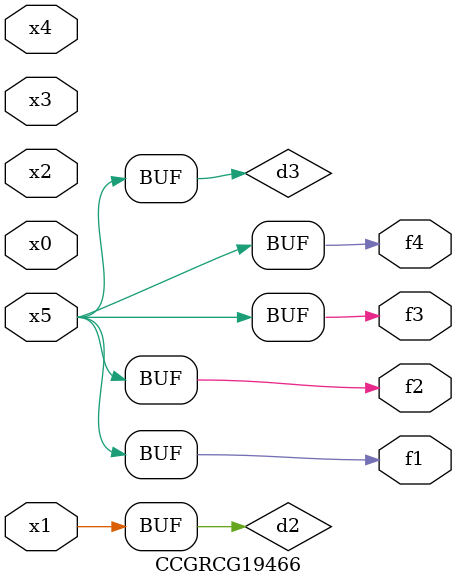
<source format=v>
module CCGRCG19466(
	input x0, x1, x2, x3, x4, x5,
	output f1, f2, f3, f4
);

	wire d1, d2, d3;

	not (d1, x5);
	or (d2, x1);
	xnor (d3, d1);
	assign f1 = d3;
	assign f2 = d3;
	assign f3 = d3;
	assign f4 = d3;
endmodule

</source>
